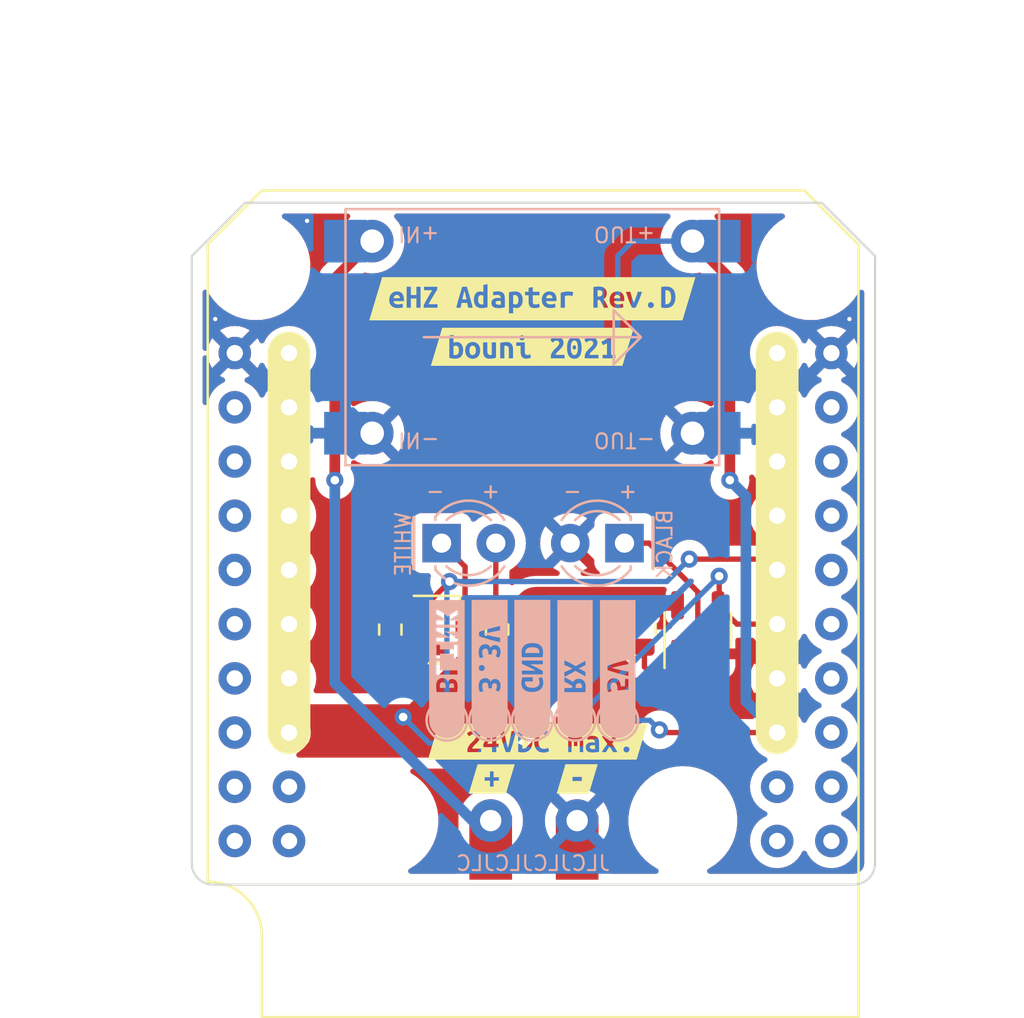
<source format=kicad_pcb>
(kicad_pcb (version 20220331) (generator pcbnew)
  (layers (0 "F.Cu" signal) (31 "B.Cu" signal) (34 "B.Paste" user) (35 "F.Paste" user) (36 "B.SilkS" user "B.Silkscreen") (37 "F.SilkS" user "F.Silkscreen") (38 "B.Mask" user) (39 "F.Mask" user) (44 "Edge.Cuts" user))
  (net 0 "")
  (net 1 "Net-(Q1-C)")
  (net 2 "GND")
  (net 3 "Net-(D1-K)")
  (net 4 "+3V3")
  (net 5 "Net-(D1-A)")
  (net 6 "BLINK")
  (net 7 "+5V")
  (net 8 "RX")
  (net 42 "/24V")
  (footprint "kibuzzard-61B75BED" (layer "F.Cu") (at 54.95 45.8)
    (fp_text reference "kibuzzard-61B75BED" hide)
    (fp_text value "G***" hide)
  )
  (footprint "Package_TO_SOT_SMD:SOT-23" (layer "F.Cu") (at 50.8 59.05)
    (fp_text reference "Q2" hide)
    (fp_text value "AO3400A")
    (pad "1" smd rect locked (at -1 -0.95) (size 0.9 0.8) (layers "F.Cu" "F.Paste" "F.Mask") (net 6 "BLINK"))
    (pad "2" smd rect locked (at -1 0.95) (size 0.9 0.8) (layers "F.Cu" "F.Paste" "F.Mask") (net 2 "GND"))
    (pad "3" smd rect locked (at 1 0) (size 0.9 0.8) (layers "F.Cu" "F.Paste" "F.Mask") (net 3 "Net-(D1-K)"))
  )
  (footprint "MountingHole:MountingHole_2.1mm" (layer "F.Cu") (at 42 42)
    (fp_text reference "H3" hide)
    (fp_text value "MountingHole" hide)
    (pad "" np_thru_hole circle locked (at 0 0) (size 2.1 2.1) (drill 2.1) (layers *.Cu *.Mask))
  )
  (footprint "bouni:Power-tap" (layer "F.Cu") (at 53 68 180)
    (fp_text reference "J1" hide)
    (fp_text value "Conn_01x01_Female")
    (pad "1" smd rect (at 0 -1.27 180) (size 2 3) (layers "F.Cu" "F.Paste" "F.Mask") (net 42 "/24V"))
    (pad "1" thru_hole circle (at 0 0 180) (size 2 2) (drill 1) (layers *.Cu *.Mask) (net 42 "/24V"))
  )
  (footprint "kibuzzard-61B75BD6" (layer "F.Cu") (at 54.95 43.55)
    (fp_text reference "kibuzzard-61B75BD6" hide)
    (fp_text value "G***" hide)
  )
  (footprint "bouni:Power-tap" (layer "F.Cu") (at 57.05 68 180)
    (fp_text reference "J2" hide)
    (fp_text value "Conn_01x01_Female")
    (pad "1" smd rect (at 0 -1.27 180) (size 2 3) (layers "F.Cu" "F.Paste" "F.Mask") (net 2 "GND"))
    (pad "1" thru_hole circle (at 0 0 180) (size 2 2) (drill 1) (layers *.Cu *.Mask) (net 2 "GND"))
  )
  (footprint "MountingHole:MountingHole_2.1mm" (layer "F.Cu") (at 62 68)
    (fp_text reference "H4" hide)
    (fp_text value "MountingHole" hide)
    (pad "" np_thru_hole circle locked (at 0 0) (size 2.1 2.1) (drill 2.1) (layers *.Cu *.Mask))
  )
  (footprint "Package_TO_SOT_SMD:SOT-23-5" (layer "F.Cu") (at 62.7 59.05 90)
    (fp_text reference "U3" hide)
    (fp_text value "74LVC1G17DBVR")
    (pad "1" smd roundrect (at -1.1375 -0.95 90) (size 1.325 0.6) (layers "F.Cu" "F.Paste" "F.Mask"))
    (pad "2" smd roundrect (at -1.1375 0 90) (size 1.325 0.6) (layers "F.Cu" "F.Paste" "F.Mask") (net 1 "Net-(Q1-C)"))
    (pad "3" smd roundrect (at -1.1375 0.95 90) (size 1.325 0.6) (layers "F.Cu" "F.Paste" "F.Mask") (net 2 "GND"))
    (pad "4" smd roundrect (at 1.1375 0.95 90) (size 1.325 0.6) (layers "F.Cu" "F.Paste" "F.Mask") (net 8 "RX"))
    (pad "5" smd roundrect (at 1.1375 -0.95 90) (size 1.325 0.6) (layers "F.Cu" "F.Paste" "F.Mask") (net 4 "+3V3"))
  )
  (footprint "kibuzzard-61B75C18" (layer "F.Cu") (at 57.05 66.05)
    (fp_text reference "kibuzzard-61B75C18" hide)
    (fp_text value "G***" hide)
  )
  (footprint "Resistor_SMD:R_0603_1608Metric" (layer "F.Cu") (at 53.3 59.05 90)
    (fp_text reference "R4" hide)
    (fp_text value "100")
    (pad "1" smd roundrect locked (at -0.825 0 90) (size 0.8 0.95) (layers "F.Cu" "F.Paste" "F.Mask") (net 4 "+3V3"))
    (pad "2" smd roundrect locked (at 0.825 0 90) (size 0.8 0.95) (layers "F.Cu" "F.Paste" "F.Mask") (net 5 "Net-(D1-A)"))
  )
  (footprint "Resistor_SMD:R_0603_1608Metric" (layer "F.Cu") (at 60.2 59.05 -90)
    (fp_text reference "R1" hide)
    (fp_text value "10k")
    (pad "1" smd roundrect locked (at -0.825 0 270) (size 0.8 0.95) (layers "F.Cu" "F.Paste" "F.Mask") (net 4 "+3V3"))
    (pad "2" smd roundrect locked (at 0.825 0 270) (size 0.8 0.95) (layers "F.Cu" "F.Paste" "F.Mask") (net 1 "Net-(Q1-C)"))
  )
  (footprint "MountingHole:MountingHole_2.1mm" (layer "F.Cu") (at 68 42)
    (fp_text reference "H1" hide)
    (fp_text value "MountingHole" hide)
    (pad "" np_thru_hole circle locked (at 0 0) (size 2.1 2.1) (drill 2.1) (layers *.Cu *.Mask))
  )
  (footprint "bouni:MH-ET LIVE MiniKit" (layer "F.Cu") (at 54.986 57.526)
    (fp_text reference "U1" hide)
    (fp_text value "mh-et-live-minikit" hide)
    (pad "1" thru_hole circle locked (at -13.97 -11.43) (size 1.524 1.524) (drill 0.762) (layers *.Cu *.Mask) (net 2 "GND"))
    (pad "2" thru_hole circle locked (at -13.97 -8.89) (size 1.524 1.524) (drill 0.762) (layers *.Cu *.Mask))
    (pad "3" thru_hole circle locked (at -13.97 -6.35) (size 1.524 1.524) (drill 0.762) (layers *.Cu *.Mask))
    (pad "4" thru_hole circle locked (at -13.97 -3.81) (size 1.524 1.524) (drill 0.762) (layers *.Cu *.Mask))
    (pad "5" thru_hole circle locked (at -13.97 -1.27) (size 1.524 1.524) (drill 0.762) (layers *.Cu *.Mask))
    (pad "6" thru_hole circle locked (at -13.97 1.27) (size 1.524 1.524) (drill 0.762) (layers *.Cu *.Mask))
    (pad "7" thru_hole circle locked (at -13.97 3.81) (size 1.524 1.524) (drill 0.762) (layers *.Cu *.Mask))
    (pad "8" thru_hole circle locked (at -13.97 6.35) (size 1.524 1.524) (drill 0.762) (layers *.Cu *.Mask))
    (pad "9" thru_hole circle locked (at -13.97 8.89) (size 1.524 1.524) (drill 0.762) (layers *.Cu *.Mask))
    (pad "10" thru_hole circle locked (at -13.97 11.43) (size 1.524 1.524) (drill 0.762) (layers *.Cu *.Mask))
    (pad "11" thru_hole circle locked (at -11.43 -11.43) (size 1.524 1.524) (drill 0.762) (layers *.Cu *.Mask))
    (pad "12" thru_hole circle locked (at -11.43 -8.89) (size 1.524 1.524) (drill 0.762) (layers *.Cu *.Mask))
    (pad "13" thru_hole circle locked (at -11.43 -6.35) (size 1.524 1.524) (drill 0.762) (layers *.Cu *.Mask))
    (pad "14" thru_hole circle locked (at -11.43 -3.81) (size 1.524 1.524) (drill 0.762) (layers *.Cu *.Mask))
    (pad "15" thru_hole circle locked (at -11.43 -1.27) (size 1.524 1.524) (drill 0.762) (layers *.Cu *.Mask))
    (pad "16" thru_hole circle locked (at -11.43 1.27) (size 1.524 1.524) (drill 0.762) (layers *.Cu *.Mask))
    (pad "17" thru_hole circle locked (at -11.43 3.81) (size 1.524 1.524) (drill 0.762) (layers *.Cu *.Mask))
    (pad "18" thru_hole circle locked (at -11.43 6.35) (size 1.524 1.524) (drill 0.762) (layers *.Cu *.Mask) (net 4 "+3V3"))
    (pad "19" thru_hole circle locked (at -11.43 8.89) (size 1.524 1.524) (drill 0.762) (layers *.Cu *.Mask))
    (pad "20" thru_hole circle locked (at -11.43 11.43) (size 1.524 1.524) (drill 0.762) (layers *.Cu *.Mask))
    (pad "21" thru_hole circle locked (at 11.43 -11.43) (size 1.524 1.524) (drill 0.762) (layers *.Cu *.Mask))
    (pad "22" thru_hole circle locked (at 11.43 -8.89) (size 1.524 1.524) (drill 0.762) (layers *.Cu *.Mask))
    (pad "23" thru_hole circle locked (at 11.43 -6.35) (size 1.524 1.524) (drill 0.762) (layers *.Cu *.Mask))
    (pad "24" thru_hole circle locked (at 11.43 -3.81) (size 1.524 1.524) (drill 0.762) (layers *.Cu *.Mask))
    (pad "25" thru_hole circle locked (at 11.43 -1.27) (size 1.524 1.524) (drill 0.762) (layers *.Cu *.Mask) (net 6 "BLINK"))
    (pad "26" thru_hole circle locked (at 11.43 1.27) (size 1.524 1.524) (drill 0.762) (layers *.Cu *.Mask) (net 8 "RX"))
    (pad "27" thru_hole circle locked (at 11.43 3.81) (size 1.524 1.524) (drill 0.762) (layers *.Cu *.Mask) (net 2 "GND"))
    (pad "28" thru_hole circle locked (at 11.43 6.35) (size 1.524 1.524) (drill 0.762) (layers *.Cu *.Mask) (net 7 "+5V"))
    (pad "29" thru_hole circle locked (at 11.43 8.89) (size 1.524 1.524) (drill 0.762) (layers *.Cu *.Mask))
    (pad "30" thru_hole circle locked (at 11.43 11.43) (size 1.524 1.524) (drill 0.762) (layers *.Cu *.Mask))
    (pad "31" thru_hole circle locked (at 13.97 -11.43) (size 1.524 1.524) (drill 0.762) (layers *.Cu *.Mask) (net 2 "GND"))
    (pad "32" thru_hole circle locked (at 13.97 -8.89) (size 1.524 1.524) (drill 0.762) (layers *.Cu *.Mask))
    (pad "33" thru_hole circle locked (at 13.97 -6.35) (size 1.524 1.524) (drill 0.762) (layers *.Cu *.Mask))
    (pad "34" thru_hole circle locked (at 13.97 -3.81) (size 1.524 1.524) (drill 0.762) (layers *.Cu *.Mask))
    (pad "35" thru_hole circle locked (at 13.97 -1.27) (size 1.524 1.524) (drill 0.762) (layers *.Cu *.Mask))
    (pad "36" thru_hole circle locked (at 13.97 1.27) (size 1.524 1.524) (drill 0.762) (layers *.Cu *.Mask))
    (pad "37" thru_hole circle locked (at 13.97 3.81) (size 1.524 1.524) (drill 0.762) (layers *.Cu *.Mask))
    (pad "38" thru_hole circle locked (at 13.97 6.35) (size 1.524 1.524) (drill 0.762) (layers *.Cu *.Mask))
    (pad "39" thru_hole circle locked (at 13.97 8.89) (size 1.524 1.524) (drill 0.762) (layers *.Cu *.Mask))
    (pad "40" thru_hole circle locked (at 13.97 11.43) (size 1.524 1.524) (drill 0.762) (layers *.Cu *.Mask))
  )
  (footprint "Resistor_SMD:R_0603_1608Metric" (layer "F.Cu") (at 48.3 59.05 -90)
    (fp_text reference "R5" hide)
    (fp_text value "10k")
    (pad "1" smd roundrect locked (at -0.825 0 270) (size 0.8 0.95) (layers "F.Cu" "F.Paste" "F.Mask") (net 6 "BLINK"))
    (pad "2" smd roundrect locked (at 0.825 0 270) (size 0.8 0.95) (layers "F.Cu" "F.Paste" "F.Mask") (net 2 "GND"))
  )
  (footprint "kibuzzard-61F2A0D7" (layer "F.Cu") (at 55.2 64.3)
    (fp_text reference "kibuzzard-61F2A0D7" hide)
    (fp_text value "G***" hide)
  )
  (footprint "MountingHole:MountingHole_2.1mm" (layer "F.Cu") (at 48 68)
    (fp_text reference "H2" hide)
    (fp_text value "MountingHole" hide)
    (pad "" np_thru_hole circle locked (at 0 0) (size 2.1 2.1) (drill 2.1) (layers *.Cu *.Mask))
  )
  (footprint "kibuzzard-61B75BFD" (layer "F.Cu") (at 53.05 66.05)
    (fp_text reference "kibuzzard-61B75BFD" hide)
    (fp_text value "G***" hide)
  )
  (footprint "bouni:DC-DC-MODULE" (layer "B.Cu") (at 54.95 45.35)
    (fp_text reference "U2" hide)
    (fp_text value "DC-DC-BOARD")
    (fp_text user "OUT-" (at 4.318 4.826 180 unlocked) (layer "B.SilkS") (effects (font (size 0.7 0.7) (thickness 0.1)) (justify mirror)))
    (fp_text user "IN+" (at -6.35 -4.826 180 unlocked) (layer "B.SilkS") (effects (font (size 0.7 0.7) (thickness 0.1)) (justify left mirror)))
    (fp_text user "IN-" (at -6.35 4.826 180 unlocked) (layer "B.SilkS") (effects (font (size 0.7 0.7) (thickness 0.1)) (justify left mirror)))
    (fp_text user "OUT+" (at 4.318 -4.826 180 unlocked) (layer "B.SilkS") (effects (font (size 0.7 0.7) (thickness 0.1)) (justify mirror)))
    (pad "1" smd rect locked (at -8.75 4.5) (size 2 2) (layers "B.Cu" "B.Paste" "B.Mask") (net 2 "GND"))
    (pad "1" thru_hole circle locked (at -7.5 4.5) (size 2 2) (drill 1.1) (layers *.Cu *.Mask) (net 2 "GND"))
    (pad "2" smd rect locked (at -8.75 -4.5) (size 2 2) (layers "B.Cu" "B.Paste" "B.Mask") (net 42 "/24V"))
    (pad "2" thru_hole circle locked (at -7.5 -4.5) (size 2 2) (drill 1.1) (layers *.Cu *.Mask) (net 42 "/24V"))
    (pad "3" thru_hole circle locked (at 7.5 -4.5) (size 2 2) (drill 1.1) (layers *.Cu *.Mask) (net 7 "+5V"))
    (pad "3" smd rect locked (at 8.75 -4.5) (size 2 2) (layers "B.Cu" "B.Paste" "B.Mask") (net 7 "+5V"))
    (pad "4" thru_hole circle locked (at 7.5 4.5) (size 2 2) (drill 1.1) (layers *.Cu *.Mask) (net 2 "GND"))
    (pad "4" smd rect locked (at 8.75 4.5) (size 2 2) (layers "B.Cu" "B.Paste" "B.Mask") (net 2 "GND"))
  )
  (footprint "TestPoint:TestPoint_Pad_D1.5mm" (layer "B.Cu") (at 50.95 63.3)
    (fp_text reference "TP6" hide)
    (fp_text value "TestPoint" hide)
    (pad "1" smd circle locked (at 0 0) (size 1.5 1.5) (layers "B.Cu" "B.Mask") (net 6 "BLINK"))
  )
  (footprint "kibuzzard-61F17596" (layer "B.Cu") (at 56.95 60.9 90)
    (fp_text reference "kibuzzard-61F17596" hide)
    (fp_text value "G***" hide)
  )
  (footprint "LED_THT:LED_D3.0mm_IRBlack" (layer "B.Cu") (at 59.265 55 180)
    (fp_text reference "Q1" hide)
    (fp_text value "SFH 309 FA-5/6" hide)
    (pad "1" thru_hole rect locked (at 0 0 180) (size 1.8 1.8) (drill 0.9) (layers *.Cu *.Mask) (net 1 "Net-(Q1-C)"))
    (pad "2" thru_hole circle locked (at 2.54 0 180) (size 1.8 1.8) (drill 0.9) (layers *.Cu *.Mask) (net 2 "GND"))
  )
  (footprint "TestPoint:TestPoint_Pad_D1.5mm" (layer "B.Cu") (at 54.95 63.3)
    (fp_text reference "TP1" hide)
    (fp_text value "TestPoint")
    (pad "1" smd circle (at 0 0) (size 1.5 1.5) (layers "B.Cu" "B.Mask") (net 2 "GND"))
  )
  (footprint "TestPoint:TestPoint_Pad_D1.5mm" (layer "B.Cu") (at 56.95 63.3)
    (fp_text reference "TP5" hide)
    (fp_text value "TestPoint" hide)
    (pad "1" smd circle locked (at 0 0) (size 1.5 1.5) (layers "B.Cu" "B.Mask") (net 8 "RX"))
  )
  (footprint "kibuzzard-61F17555" (layer "B.Cu") (at 50.95 60.9 90)
    (fp_text reference "kibuzzard-61F17555" hide)
    (fp_text value "G***" hide)
  )
  (footprint "kibuzzard-61F23799" (layer "B.Cu") (at 58.95 60.9 90)
    (fp_text reference "kibuzzard-61F23799" hide)
    (fp_text value "G***" hide)
  )
  (footprint "LED_THT:LED_D3.0mm_Clear" (layer "B.Cu") (at 50.7 55)
    (fp_text reference "D1" hide)
    (fp_text value "LTE-4206")
    (pad "1" thru_hole rect locked (at 0 0) (size 1.8 1.8) (drill 0.9) (layers *.Cu *.Mask) (net 3 "Net-(D1-K)"))
    (pad "2" thru_hole circle locked (at 2.54 0) (size 1.8 1.8) (drill 0.9) (layers *.Cu *.Mask) (net 5 "Net-(D1-A)"))
  )
  (footprint "TestPoint:TestPoint_Pad_D1.5mm" (layer "B.Cu") (at 52.95 63.3)
    (fp_text reference "TP4" hide)
    (fp_text value "TestPoint")
    (pad "1" smd circle (at 0 0) (size 1.5 1.5) (layers "B.Cu" "B.Mask") (net 4 "+3V3"))
  )
  (footprint "TestPoint:TestPoint_Pad_D1.5mm" (layer "B.Cu") (at 58.95 63.3)
    (fp_text reference "TP2" hide)
    (fp_text value "TestPoint")
    (pad "1" smd circle (at 0 0) (size 1.5 1.5) (layers "B.Cu" "B.Mask") (net 7 "+5V"))
  )
  (footprint "kibuzzard-61F17572" (layer "B.Cu") (at 54.95 60.9 90)
    (fp_text reference "kibuzzard-61F17572" hide)
    (fp_text value "G***" hide)
  )
  (footprint "kibuzzard-61F1756A" (layer "B.Cu") (at 52.95 60.9 90)
    (fp_text reference "kibuzzard-61F1756A" hide)
    (fp_text value "G***" hide)
  )
  (gr_line (start 60.6 53.8) (end 60.6 56.2) (stroke (width 0.15)) (layer "B.SilkS"))
  (gr_line (start 49.4 53.8) (end 49.4 56.2) (stroke (width 0.15)) (layer "B.SilkS"))
  (gr_line (start 49.4 56.2) (end 49.4 53.8) (stroke (width 0.15)) (layer "F.SilkS"))
  (gr_line (start 60.6 53.8) (end 60.6 56.2) (stroke (width 0.15)) (layer "F.SilkS"))
  (gr_line (start 71 41.55) (end 68.5 39.05) (stroke (width 0.1)) (layer "Edge.Cuts"))
  (gr_line (start 41.5 39.05) (end 68.5 39.05) (stroke (width 0.1)) (layer "Edge.Cuts"))
  (gr_line (start 71 41.55) (end 71 70) (stroke (width 0.1)) (layer "Edge.Cuts"))
  (gr_line (start 39 70) (end 39 41.55) (stroke (width 0.1)) (layer "Edge.Cuts"))
  (gr_arc (start 40 71) (mid 39.292893 70.707107) (end 39 70) (stroke (width 0.1)) (layer "Edge.Cuts"))
  (gr_line (start 39 41.55) (end 41.5 39.05) (stroke (width 0.1)) (layer "Edge.Cuts"))
  (gr_line (start 70 71) (end 40 71) (stroke (width 0.1)) (layer "Edge.Cuts"))
  (gr_arc (start 71 70) (mid 70.707107 70.707107) (end 70 71) (stroke (width 0.1)) (layer "Edge.Cuts"))
  (gr_text "+" (at 53 52.55) (layer "B.SilkS") (effects (font (size 0.7 0.7) (thickness 0.1)) (justify mirror)))
  (gr_text "JLCJLCJLCJLC" (at 54.986 70) (layer "B.SilkS") (effects (font (size 0.7 0.7) (thickness 0.1)) (justify mirror)))
  (gr_text "+" (at 59.425 52.55) (layer "B.SilkS") (effects (font (size 0.7 0.7) (thickness 0.1)) (justify mirror)))
  (gr_text "WHITE" (at 48.9 55.05 90) (layer "B.SilkS") (effects (font (size 0.7 0.7) (thickness 0.1)) (justify mirror)))
  (gr_text "BLACK" (at 61.15 55.05 90) (layer "B.SilkS") (effects (font (size 0.7 0.7) (thickness 0.1)) (justify mirror)))
  (gr_text "-" (at 50.4 52.55) (layer "B.SilkS") (effects (font (size 0.7 0.7) (thickness 0.1)) (justify mirror)))
  (gr_text "-" (at 56.825 52.55) (layer "B.SilkS") (effects (font (size 0.7 0.7) (thickness 0.1)) (justify mirror)))
  (segment (start 60.7 61.3) (end 62.210536 61.3) (width 0.25) (layer "F.Cu") (net 1))
  (segment (start 62.7 57.285) (end 62.7 60.1875) (width 0.25) (layer "F.Cu") (net 1))
  (segment (start 60.2 60.8) (end 60.7 61.3) (width 0.25) (layer "F.Cu") (net 1))
  (segment (start 59.265 55) (end 60.415 55) (width 0.25) (layer "F.Cu") (net 1))
  (segment (start 62.210536 61.3) (end 62.7 60.810536) (width 0.25) (layer "F.Cu") (net 1))
  (segment (start 62.7 60.810536) (end 62.7 60.1875) (width 0.25) (layer "F.Cu") (net 1))
  (segment (start 60.2 59.875) (end 60.2 60.8) (width 0.25) (layer "F.Cu") (net 1))
  (segment (start 60.415 55) (end 62.7 57.285) (width 0.25) (layer "F.Cu") (net 1))
  (via (at 69.8 44.5) (size 0.4) (drill 0.2) (layers "F.Cu" "B.Cu") (net 2))
  (via (at 40.1 44.5) (size 0.4) (drill 0.2) (layers "F.Cu" "B.Cu") (net 2))
  (via (at 44.4 39.9) (size 0.4) (drill 0.2) (layers "F.Cu" "B.Cu") (net 2))
  (segment (start 62.7 49.9) (end 62.45 49.9) (width 0.5) (layer "B.Cu") (net 2))
  (segment (start 51.8 56.1) (end 50.7 55) (width 0.25) (layer "F.Cu") (net 3))
  (segment (start 51.8 59.05) (end 51.8 56.1) (width 0.25) (layer "F.Cu") (net 3))
  (via (at 48.9 63.15) (size 0.8) (drill 0.4) (layers "F.Cu" "B.Cu") (net 4))
  (segment (start 50.124511 64.374511) (end 48.9 63.15) (width 0.25) (layer "B.Cu") (net 4))
  (segment (start 52.95 63.3) (end 51.875489 64.374511) (width 0.25) (layer "B.Cu") (net 4))
  (segment (start 51.875489 64.374511) (end 50.124511 64.374511) (width 0.25) (layer "B.Cu") (net 4))
  (segment (start 53.3 58.125) (end 53.24 58.065) (width 0.25) (layer "F.Cu") (net 5))
  (segment (start 53.24 58.065) (end 53.24 55) (width 0.25) (layer "F.Cu") (net 5))
  (segment (start 49.775 58.125) (end 49.8 58.1) (width 0.25) (layer "F.Cu") (net 6))
  (segment (start 62.3 55.75) (end 65.91 55.75) (width 0.25) (layer "F.Cu") (net 6))
  (segment (start 49.8 58.0755) (end 49.8 58.1) (width 0.25) (layer "F.Cu") (net 6))
  (segment (start 65.91 55.75) (end 66.416 56.256) (width 0.25) (layer "F.Cu") (net 6))
  (segment (start 48.3 58.125) (end 49.775 58.125) (width 0.25) (layer "F.Cu") (net 6))
  (segment (start 51.0755 56.8) (end 49.8 58.0755) (width 0.25) (layer "F.Cu") (net 6))
  (via (at 51.0755 56.8) (size 0.8) (drill 0.4) (layers "F.Cu" "B.Cu") (net 6))
  (via (at 62.3 55.75) (size 0.8) (drill 0.4) (layers "F.Cu" "B.Cu") (net 6))
  (segment (start 51.0755 56.8) (end 61.25 56.8) (width 0.25) (layer "B.Cu") (net 6))
  (segment (start 61.25 56.8) (end 62.3 55.75) (width 0.25) (layer "B.Cu") (net 6))
  (segment (start 51.0755 56.8) (end 50.95 56.9255) (width 0.25) (layer "B.Cu") (net 6))
  (segment (start 50.95 56.9255) (end 50.95 63.3) (width 0.25) (layer "B.Cu") (net 6))
  (segment (start 60.9 63.75) (end 61.026 63.876) (width 0.25) (layer "F.Cu") (net 7))
  (segment (start 61.026 63.876) (end 66.416 63.876) (width 0.25) (layer "F.Cu") (net 7))
  (segment (start 64.2 42.6) (end 62.45 40.85) (width 0.5) (layer "F.Cu") (net 7))
  (segment (start 64.2 52.05) (end 64.2 42.6) (width 0.5) (layer "F.Cu") (net 7))
  (via (at 60.9 63.75) (size 0.8) (drill 0.4) (layers "F.Cu" "B.Cu") (net 7))
  (via (at 64.2 52.05) (size 0.8) (drill 0.4) (layers "F.Cu" "B.Cu") (net 7))
  (segment (start 58.95 44.95) (end 58.95 41.55) (width 0.25) (layer "B.Cu") (net 7))
  (segment (start 64.95 56.531949) (end 64.95 52.8) (width 0.5) (layer "B.Cu") (net 7))
  (segment (start 64.95 52.8) (end 64.2 52.05) (width 0.5) (layer "B.Cu") (net 7))
  (segment (start 60.45 63.3) (end 60.9 63.75) (width 0.25) (layer "B.Cu") (net 7))
  (segment (start 58.95 41.55) (end 59.65 40.85) (width 0.25) (layer "B.Cu") (net 7))
  (segment (start 59.65 40.85) (end 62.45 40.85) (width 0.25) (layer "B.Cu") (net 7))
  (segment (start 66.416 63.876) (end 64.95 62.41) (width 0.5) (layer "B.Cu") (net 7))
  (segment (start 58.95 63.3) (end 60.45 63.3) (width 0.25) (layer "B.Cu") (net 7))
  (segment (start 64.95 62.41) (end 64.95 56.531949) (width 0.5) (layer "B.Cu") (net 7))
  (segment (start 63.7 56.55) (end 63.7 57.8625) (width 0.25) (layer "F.Cu") (net 8))
  (segment (start 66.416 58.796) (end 64.5335 58.796) (width 0.25) (layer "F.Cu") (net 8))
  (segment (start 63.7 57.8625) (end 63.65 57.9125) (width 0.25) (layer "F.Cu") (net 8))
  (segment (start 64.5335 58.796) (end 63.65 57.9125) (width 0.25) (layer "F.Cu") (net 8))
  (via (at 63.7 56.55) (size 0.8) (drill 0.4) (layers "F.Cu" "B.Cu") (net 8))
  (segment (start 56.95 63.3) (end 63.7 56.55) (width 0.25) (layer "B.Cu") (net 8))
  (segment (start 45.7 52.05) (end 45.7 42.6) (width 0.5) (layer "F.Cu") (net 42))
  (segment (start 45.7 42.6) (end 47.45 40.85) (width 0.5) (layer "F.Cu") (net 42))
  (via (at 45.7 52.05) (size 0.8) (drill 0.4) (layers "F.Cu" "B.Cu") (net 42))
  (segment (start 52.15 68) (end 45.7 61.55) (width 0.5) (layer "B.Cu") (net 42))
  (segment (start 45.7 61.55) (end 45.7 52.05) (width 0.5) (layer "B.Cu") (net 42))
  (segment (start 53 68) (end 52.15 68) (width 0.5) (layer "B.Cu") (net 42))
  (zone (net 4) (net_name "+3V3") (layer "F.Cu") (name "3.3v") (priority 1) (connect_pads (clearance 0.508)) (min_thickness 0.254) (fill yes (thermal_gap 0.254) (thermal_bridge_width 0.508) (smoothing fillet) (radius 1))
    (polygon (pts (xy 62.2 59.05) (xy 59.45 59.05) (xy 53.45 65.05) (xy 42.7 65.05) (xy 42.7 62.55) (xy 49.2 62.55) (xy 50.95 60.8) (xy 52.7 59.05) (xy 54.7 57.05) (xy 62.2 57.05)))
  )
  (zone (net 2) (net_name "GND") (layer "F.Cu") (connect_pads (clearance 0.508)) (min_thickness 0.254) (fill yes (thermal_gap 0.508) (thermal_bridge_width 0.508))
    (polygon (pts (xy 71 71) (xy 39 71) (xy 39 39) (xy 71 39)))
  )
  (zone (net 2) (net_name "GND") (layer "B.Cu") (connect_pads (clearance 0.508)) (min_thickness 0.254) (fill yes (thermal_gap 0.508) (thermal_bridge_width 0.508))
    (polygon (pts (xy 71 71) (xy 39 71) (xy 39 39) (xy 71 39)))
  )
)
</source>
